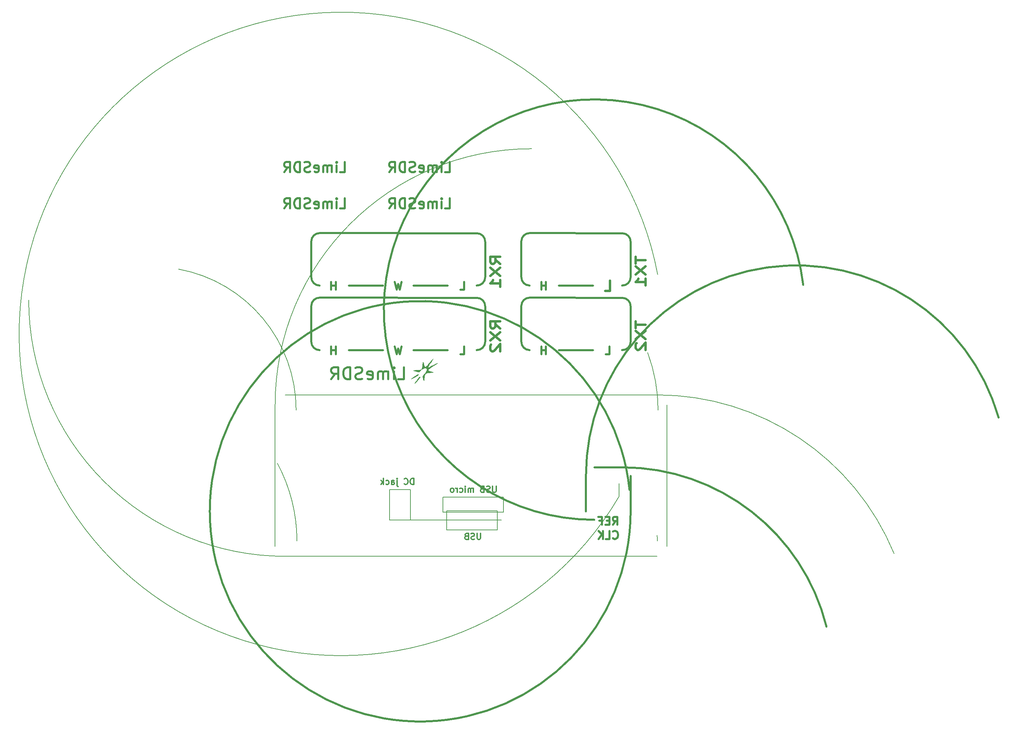
<source format=gbo>
%MOIN*%
%OFA0B0*%
%FSLAX46Y46*%
%IPPOS*%
%LPD*%
%ADD10C,0.0039370078740157488*%
%ADD11C,0.01968503937007874*%
%ADD22C,0.0039370078740157488*%
%ADD23C,0.01968503937007874*%
%ADD34C,0.0039370078740157488*%
%ADD35C,0.005905511811023622*%
%ADD36C,0.011811023622047244*%
%ADD37C,0.01968503937007874*%
%ADD48C,0.0039370078740157488*%
%ADD49C,0.023622047244094488*%
%ADD50C,0.01968503937007874*%
%ADD51C,0.00039370078740157485*%
%ADD62C,0.0039370078740157488*%
%ADD63C,0.01968503937007874*%
%ADD74C,0.0039370078740157488*%
%ADD75C,0.01968503937007874*%
%LPD*%
G04 #@! TF.FileFunction,Legend,Bot*
G04 Gerber Fmt 4.6, Leading zero omitted, Abs format (unit mm)*
G04 Created by KiCad (PCBNEW no-bzr-kicad_new3d-viewer) date 06/27/16 23:34:47*
G01*
G04 APERTURE LIST*
G04 APERTURE END LIST*
D10*
D11*
X0001655595Y0003394450D02*
X0001702464Y0003394450D01*
X0001702464Y0003492875D01*
X0001622786Y0003394450D02*
X0001622786Y0003460067D01*
X0001622786Y0003492875D02*
X0001627473Y0003488188D01*
X0001622786Y0003483501D01*
X0001618099Y0003488188D01*
X0001622786Y0003492875D01*
X0001622786Y0003483501D01*
X0001575917Y0003394450D02*
X0001575917Y0003460067D01*
X0001575917Y0003450693D02*
X0001571229Y0003455380D01*
X0001561856Y0003460067D01*
X0001547796Y0003460067D01*
X0001538422Y0003455380D01*
X0001533735Y0003446006D01*
X0001533735Y0003394450D01*
X0001533735Y0003446006D02*
X0001529048Y0003455380D01*
X0001519674Y0003460067D01*
X0001505613Y0003460067D01*
X0001496240Y0003455380D01*
X0001491553Y0003446006D01*
X0001491553Y0003394450D01*
X0001407187Y0003399137D02*
X0001416562Y0003394450D01*
X0001435310Y0003394450D01*
X0001444684Y0003399137D01*
X0001449370Y0003408511D01*
X0001449370Y0003446006D01*
X0001444684Y0003455380D01*
X0001435310Y0003460067D01*
X0001416562Y0003460067D01*
X0001407187Y0003455380D01*
X0001402501Y0003446006D01*
X0001402501Y0003436632D01*
X0001449370Y0003427258D01*
X0001365006Y0003399137D02*
X0001350945Y0003394450D01*
X0001327511Y0003394450D01*
X0001318137Y0003399137D01*
X0001313450Y0003403824D01*
X0001308763Y0003413198D01*
X0001308763Y0003422572D01*
X0001313450Y0003431944D01*
X0001318137Y0003436632D01*
X0001327511Y0003441319D01*
X0001346257Y0003446006D01*
X0001355632Y0003450693D01*
X0001360319Y0003455380D01*
X0001365006Y0003464753D01*
X0001365006Y0003474128D01*
X0001360319Y0003483501D01*
X0001355632Y0003488188D01*
X0001346257Y0003492875D01*
X0001322824Y0003492875D01*
X0001308763Y0003488188D01*
X0001266581Y0003394450D02*
X0001266581Y0003492875D01*
X0001243146Y0003492875D01*
X0001229085Y0003488188D01*
X0001219712Y0003478814D01*
X0001215025Y0003469441D01*
X0001210338Y0003450693D01*
X0001210338Y0003436632D01*
X0001215025Y0003417885D01*
X0001219712Y0003408511D01*
X0001229085Y0003399137D01*
X0001243146Y0003394450D01*
X0001266581Y0003394450D01*
X0001111913Y0003394450D02*
X0001144721Y0003441319D01*
X0001168156Y0003394450D02*
X0001168156Y0003492875D01*
X0001130660Y0003492875D01*
X0001121286Y0003488188D01*
X0001116600Y0003483501D01*
X0001111913Y0003474128D01*
X0001111913Y0003460067D01*
X0001116600Y0003450693D01*
X0001121286Y0003446006D01*
X0001130660Y0003441319D01*
X0001168156Y0003441319D01*
G04 split*
G04 #@! TF.FileFunction,Legend,Bot*
G04 Gerber Fmt 4.6, Leading zero omitted, Abs format (unit mm)*
G04 Created by KiCad (PCBNEW no-bzr-kicad_new3d-viewer) date 06/27/16 23:34:47*
G01G01*
G04 APERTURE LIST*
G04 APERTURE END LIST*
D22*
D23*
X0001655595Y0003748781D02*
X0001702464Y0003748781D01*
X0001702464Y0003847206D01*
X0001622786Y0003748781D02*
X0001622786Y0003814398D01*
X0001622786Y0003847206D02*
X0001627473Y0003842519D01*
X0001622786Y0003837831D01*
X0001618099Y0003842519D01*
X0001622786Y0003847206D01*
X0001622786Y0003837831D01*
X0001575917Y0003748781D02*
X0001575917Y0003814398D01*
X0001575917Y0003805024D02*
X0001571229Y0003809711D01*
X0001561856Y0003814398D01*
X0001547796Y0003814398D01*
X0001538422Y0003809711D01*
X0001533735Y0003800337D01*
X0001533735Y0003748781D01*
X0001533735Y0003800337D02*
X0001529048Y0003809711D01*
X0001519674Y0003814398D01*
X0001505613Y0003814398D01*
X0001496240Y0003809711D01*
X0001491553Y0003800337D01*
X0001491553Y0003748781D01*
X0001407187Y0003753468D02*
X0001416562Y0003748781D01*
X0001435310Y0003748781D01*
X0001444684Y0003753468D01*
X0001449370Y0003762842D01*
X0001449370Y0003800337D01*
X0001444684Y0003809711D01*
X0001435310Y0003814398D01*
X0001416562Y0003814398D01*
X0001407187Y0003809711D01*
X0001402501Y0003800337D01*
X0001402501Y0003790963D01*
X0001449370Y0003781589D01*
X0001365006Y0003753468D02*
X0001350945Y0003748781D01*
X0001327511Y0003748781D01*
X0001318137Y0003753468D01*
X0001313450Y0003758155D01*
X0001308763Y0003767527D01*
X0001308763Y0003776902D01*
X0001313450Y0003786276D01*
X0001318137Y0003790963D01*
X0001327511Y0003795650D01*
X0001346257Y0003800337D01*
X0001355632Y0003805024D01*
X0001360319Y0003809711D01*
X0001365006Y0003819084D01*
X0001365006Y0003828458D01*
X0001360319Y0003837831D01*
X0001355632Y0003842519D01*
X0001346257Y0003847206D01*
X0001322824Y0003847206D01*
X0001308763Y0003842519D01*
X0001266581Y0003748781D02*
X0001266581Y0003847206D01*
X0001243146Y0003847206D01*
X0001229085Y0003842519D01*
X0001219712Y0003833145D01*
X0001215025Y0003823771D01*
X0001210338Y0003805024D01*
X0001210338Y0003790963D01*
X0001215025Y0003772215D01*
X0001219712Y0003762842D01*
X0001229085Y0003753468D01*
X0001243146Y0003748781D01*
X0001266581Y0003748781D01*
X0001111913Y0003748781D02*
X0001144721Y0003795650D01*
X0001168156Y0003748781D02*
X0001168156Y0003847206D01*
X0001130660Y0003847206D01*
X0001121286Y0003842519D01*
X0001116600Y0003837831D01*
X0001111913Y0003828458D01*
X0001111913Y0003814398D01*
X0001116600Y0003805024D01*
X0001121286Y0003800337D01*
X0001130660Y0003795650D01*
X0001168156Y0003795650D01*
G04 split*
G04 #@! TF.FileFunction,Legend,Bot*
G04 Gerber Fmt 4.6, Leading zero omitted, Abs format (unit mm)*
G04 Created by KiCad (PCBNEW no-bzr-kicad_new3d-viewer) date 06/27/16 23:25:45*
G01G01*
G04 APERTURE LIST*
G04 APERTURE END LIST*
D34*
D35*
X0001319037Y0000652338D02*
X0001319037Y0000353127D01*
X0001114313Y0000652338D02*
X0001319037Y0000652338D01*
X0001114313Y0000353127D02*
X0001114313Y0000652338D01*
X0001319037Y0000353127D02*
X0001114313Y0000353127D01*
X0002165494Y0000431867D02*
X0002165494Y0000258637D01*
X0002224549Y0000431867D02*
X0002165494Y0000431867D01*
X0002224549Y0000577536D02*
X0002224549Y0000431867D01*
X0001633998Y0000577536D02*
X0002224549Y0000577536D01*
X0001633998Y0000431867D02*
X0001633998Y0000577536D01*
X0001673368Y0000431867D02*
X0001633998Y0000431867D01*
X0001673368Y0000258637D02*
X0001673368Y0000431867D01*
X0002165494Y0000258637D02*
X0001673368Y0000258637D01*
X0001319037Y0000353127D02*
X0001633998Y0000353127D01*
D36*
X0002001827Y0000224048D02*
X0002001827Y0000176242D01*
X0001999014Y0000170618D01*
X0001996202Y0000167805D01*
X0001990578Y0000164994D01*
X0001979329Y0000164994D01*
X0001973705Y0000167805D01*
X0001970893Y0000170618D01*
X0001968081Y0000176242D01*
X0001968081Y0000224048D01*
X0001942771Y0000167805D02*
X0001934335Y0000164994D01*
X0001920274Y0000164994D01*
X0001914650Y0000167805D01*
X0001911838Y0000170618D01*
X0001909026Y0000176242D01*
X0001909026Y0000181867D01*
X0001911838Y0000187491D01*
X0001914650Y0000190303D01*
X0001920274Y0000193115D01*
X0001931523Y0000195927D01*
X0001937147Y0000198740D01*
X0001939959Y0000201552D01*
X0001942771Y0000207176D01*
X0001942771Y0000212800D01*
X0001939959Y0000218425D01*
X0001937147Y0000221237D01*
X0001931523Y0000224048D01*
X0001917462Y0000224048D01*
X0001909026Y0000221237D01*
X0001864031Y0000195927D02*
X0001855594Y0000193115D01*
X0001852783Y0000190303D01*
X0001849971Y0000184679D01*
X0001849971Y0000176242D01*
X0001852783Y0000170618D01*
X0001855594Y0000167805D01*
X0001861219Y0000164994D01*
X0001883714Y0000164994D01*
X0001883714Y0000224048D01*
X0001864031Y0000224048D01*
X0001858405Y0000221237D01*
X0001855594Y0000218425D01*
X0001852783Y0000212800D01*
X0001852783Y0000207176D01*
X0001855594Y0000201552D01*
X0001858405Y0000198740D01*
X0001864031Y0000195927D01*
X0001883714Y0000195927D01*
D35*
X0001673368Y0000443678D02*
X0002165494Y0000443678D01*
X0001673368Y0000258637D02*
X0001673368Y0000443678D01*
X0002165494Y0000258637D02*
X0002165494Y0000443678D01*
X0001673368Y0000258637D02*
X0002165494Y0000258637D01*
X0001633998Y0000353127D02*
X0002204864Y0000353127D01*
D36*
X0001350533Y0000700427D02*
X0001350533Y0000759482D01*
X0001336472Y0000759482D01*
X0001328036Y0000756670D01*
X0001322412Y0000751046D01*
X0001319598Y0000745421D01*
X0001316787Y0000734173D01*
X0001316787Y0000725736D01*
X0001319598Y0000714488D01*
X0001322412Y0000708863D01*
X0001328036Y0000703239D01*
X0001336472Y0000700427D01*
X0001350533Y0000700427D01*
X0001257732Y0000706051D02*
X0001260544Y0000703239D01*
X0001268980Y0000700427D01*
X0001274605Y0000700427D01*
X0001283041Y0000703239D01*
X0001288666Y0000708863D01*
X0001291478Y0000714488D01*
X0001294289Y0000725736D01*
X0001294289Y0000734173D01*
X0001291478Y0000745421D01*
X0001288666Y0000751046D01*
X0001283041Y0000756670D01*
X0001274605Y0000759482D01*
X0001268980Y0000759482D01*
X0001260544Y0000756670D01*
X0001257732Y0000753858D01*
X0001187428Y0000739797D02*
X0001187428Y0000689178D01*
X0001190241Y0000683554D01*
X0001195865Y0000680742D01*
X0001198677Y0000680742D01*
X0001187428Y0000759482D02*
X0001190241Y0000756670D01*
X0001187428Y0000753858D01*
X0001184616Y0000756670D01*
X0001187428Y0000759482D01*
X0001187428Y0000753858D01*
X0001133998Y0000700427D02*
X0001133998Y0000731360D01*
X0001136810Y0000736985D01*
X0001142434Y0000739797D01*
X0001153683Y0000739797D01*
X0001159307Y0000736985D01*
X0001133998Y0000703239D02*
X0001139622Y0000700427D01*
X0001153683Y0000700427D01*
X0001159307Y0000703239D01*
X0001162119Y0000708863D01*
X0001162119Y0000714488D01*
X0001159307Y0000720112D01*
X0001153683Y0000722923D01*
X0001139622Y0000722923D01*
X0001133998Y0000725736D01*
X0001080567Y0000703239D02*
X0001086191Y0000700427D01*
X0001097440Y0000700427D01*
X0001103064Y0000703239D01*
X0001105876Y0000706051D01*
X0001108688Y0000711674D01*
X0001108688Y0000728548D01*
X0001105876Y0000734173D01*
X0001103064Y0000736985D01*
X0001097440Y0000739797D01*
X0001086191Y0000739797D01*
X0001080567Y0000736985D01*
X0001055257Y0000700427D02*
X0001055257Y0000759482D01*
X0001049633Y0000722923D02*
X0001032759Y0000700427D01*
X0001032759Y0000739797D02*
X0001055257Y0000717300D01*
D35*
X0001114313Y0000353127D02*
X0001319037Y0000353127D01*
X0001114313Y0000652338D02*
X0001114313Y0000353127D01*
X0001319037Y0000652338D02*
X0001114313Y0000652338D01*
X0001319037Y0000353127D02*
X0001319037Y0000652338D01*
D36*
X0002153964Y0000684679D02*
X0002153964Y0000636872D01*
X0002151152Y0000631248D01*
X0002148340Y0000628436D01*
X0002142715Y0000625624D01*
X0002131467Y0000625624D01*
X0002125842Y0000628436D01*
X0002123030Y0000631248D01*
X0002120218Y0000636872D01*
X0002120218Y0000684679D01*
X0002094909Y0000628436D02*
X0002086472Y0000625624D01*
X0002072412Y0000625624D01*
X0002066787Y0000628436D01*
X0002063975Y0000631248D01*
X0002061163Y0000636872D01*
X0002061163Y0000642497D01*
X0002063975Y0000648121D01*
X0002066787Y0000650933D01*
X0002072412Y0000653745D01*
X0002083660Y0000656557D01*
X0002089284Y0000659370D01*
X0002092096Y0000662182D01*
X0002094909Y0000667806D01*
X0002094909Y0000673430D01*
X0002092096Y0000679055D01*
X0002089284Y0000681867D01*
X0002083660Y0000684679D01*
X0002069599Y0000684679D01*
X0002061163Y0000681867D01*
X0002016169Y0000656557D02*
X0002007731Y0000653745D01*
X0002004919Y0000650933D01*
X0002002108Y0000645308D01*
X0002002108Y0000636872D01*
X0002004919Y0000631248D01*
X0002007731Y0000628436D01*
X0002013356Y0000625624D01*
X0002035854Y0000625624D01*
X0002035854Y0000684679D01*
X0002016169Y0000684679D01*
X0002010544Y0000681867D01*
X0002007731Y0000679055D01*
X0002004919Y0000673430D01*
X0002004919Y0000667806D01*
X0002007731Y0000662182D01*
X0002010544Y0000659370D01*
X0002016169Y0000656557D01*
X0002035854Y0000656557D01*
X0001931804Y0000625624D02*
X0001931804Y0000664994D01*
X0001931804Y0000659370D02*
X0001928992Y0000662182D01*
X0001923368Y0000664994D01*
X0001914931Y0000664994D01*
X0001909307Y0000662182D01*
X0001906495Y0000656557D01*
X0001906495Y0000625624D01*
X0001906495Y0000656557D02*
X0001903683Y0000662182D01*
X0001898058Y0000664994D01*
X0001889622Y0000664994D01*
X0001883998Y0000662182D01*
X0001881185Y0000656557D01*
X0001881185Y0000625624D01*
X0001853064Y0000625624D02*
X0001853064Y0000664994D01*
X0001853064Y0000684679D02*
X0001855876Y0000681867D01*
X0001853064Y0000679055D01*
X0001850252Y0000681867D01*
X0001853064Y0000684679D01*
X0001853064Y0000679055D01*
X0001799633Y0000628436D02*
X0001805257Y0000625624D01*
X0001816506Y0000625624D01*
X0001822129Y0000628436D01*
X0001824942Y0000631248D01*
X0001827755Y0000636872D01*
X0001827755Y0000653745D01*
X0001824942Y0000659370D01*
X0001822129Y0000662182D01*
X0001816506Y0000664994D01*
X0001805257Y0000664994D01*
X0001799633Y0000662182D01*
X0001774324Y0000625624D02*
X0001774324Y0000664994D01*
X0001774324Y0000653745D02*
X0001771511Y0000659370D01*
X0001768699Y0000662182D01*
X0001763075Y0000664994D01*
X0001757451Y0000664994D01*
X0001729329Y0000625624D02*
X0001734954Y0000628436D01*
X0001737766Y0000631248D01*
X0001740578Y0000636872D01*
X0001740578Y0000653745D01*
X0001737766Y0000659370D01*
X0001734954Y0000662182D01*
X0001729329Y0000664994D01*
X0001720893Y0000664994D01*
X0001715269Y0000662182D01*
X0001712457Y0000659370D01*
X0001709644Y0000653745D01*
X0001709644Y0000636872D01*
X0001712457Y0000631248D01*
X0001715269Y0000628436D01*
X0001720893Y0000625624D01*
X0001729329Y0000625624D01*
D35*
X0001633998Y0000431867D02*
X0002224549Y0000431867D01*
X0001633998Y0000577536D02*
X0001633998Y0000431867D01*
X0002224549Y0000577536D02*
X0001633998Y0000577536D01*
X0002224549Y0000431867D02*
X0002224549Y0000577536D01*
D37*
X0003383858Y0000868134D02*
G75*
G02G02X0087999999Y0019950002I0000000000J-0002050609D01X0087999999Y0019950002I0000000000J-0002050609D01*
G01G01*
X0003383858Y0000868110D02*
X0003112204Y0000868110D01*
X0003029503Y0000787401D02*
G75*
G02G02X0079049999Y0022050002I0002050609J0000000000D01X0079049999Y0022050002I0002050609J0000000000D01*
G01G01*
X0003110236Y0000356299D02*
G75*
G02G02X0076949999Y0011150612I0000000000J0002050609D01X0076949999Y0011150612I0000000000J0002050609D01*
G01G01*
X0003029527Y0000438976D02*
X0003029527Y0000787401D01*
X0003464566Y0000440943D02*
X0003464566Y0000785433D01*
X0003464589Y0000439000D02*
G75*
G02G02X0085899998Y0009100612I-0002050609J0000000000D01X0085899998Y0009100612I-0002050609J0000000000D01*
G01G01*
X0003291056Y0000306899D02*
X0003317304Y0000344394D01*
X0003336051Y0000306899D02*
X0003336051Y0000385639D01*
X0003306055Y0000385639D01*
X0003298556Y0000381888D01*
X0003294806Y0000378140D01*
X0003291056Y0000370641D01*
X0003291056Y0000359391D01*
X0003294806Y0000351893D01*
X0003298556Y0000348144D01*
X0003306055Y0000344394D01*
X0003336051Y0000344394D01*
X0003257311Y0000348144D02*
X0003231064Y0000348144D01*
X0003219816Y0000306899D02*
X0003257311Y0000306899D01*
X0003257311Y0000385639D01*
X0003219816Y0000385639D01*
X0003159823Y0000348144D02*
X0003186070Y0000348144D01*
X0003186070Y0000306899D02*
X0003186070Y0000385639D01*
X0003148575Y0000385639D01*
X0003292932Y0000176603D02*
X0003296681Y0000172853D01*
X0003307930Y0000169103D01*
X0003315429Y0000169103D01*
X0003326677Y0000172853D01*
X0003334176Y0000180352D01*
X0003337926Y0000187851D01*
X0003341674Y0000202849D01*
X0003341674Y0000214098D01*
X0003337926Y0000229096D01*
X0003334176Y0000236594D01*
X0003326677Y0000244094D01*
X0003315429Y0000247844D01*
X0003307930Y0000247844D01*
X0003296681Y0000244094D01*
X0003292932Y0000240345D01*
X0003221690Y0000169103D02*
X0003259186Y0000169103D01*
X0003259186Y0000247844D01*
X0003195444Y0000169103D02*
X0003195444Y0000247844D01*
X0003150449Y0000169103D02*
X0003184195Y0000214098D01*
X0003150449Y0000247844D02*
X0003195444Y0000202849D01*
D35*
X0000212598Y0000149606D02*
G75*
G03G03X0005399999Y0003800002I-0001600000J0000000000D01X0005399999Y0003800002I-0001600000J0000000000D01*
G01G01*
X0000098425Y0000000000D02*
G75*
G02G02X0000000000Y0002500002I0000000000J0002500000D01X0000000000Y0002500002I0000000000J0002500000D01*
G01G01*
X0003724409Y0000149606D02*
G75*
G03G03X0094599999Y0003800002I-0001400000J0000000000D01X0094599999Y0003800002I-0001400000J0000000000D01*
G01G01*
X0003818897Y0000098425D02*
G75*
G02G02X0094499999Y0000000002I-0002500000J0000000000D01X0094499999Y0000000002I-0002500000J0000000000D01*
G01G01*
X0003732283Y0001425196D02*
G75*
G03G03X0094799999Y0036200002I-0001600000J0000000000D01X0094799999Y0036200002I-0001600000J0000000000D01*
G01G01*
X0003720472Y0001574803D02*
G75*
G02G02X0096999999Y0037500002I0000000000J-0002500000D01X0096999999Y0037500002I0000000000J-0002500000D01*
G01G01*
X0000000000Y0001476378D02*
G75*
G02G02X0002499999Y0040000002I0002500000J0000000000D01X0002499999Y0040000002I0002500000J0000000000D01*
G01G01*
X0000204724Y0001425196D02*
G75*
G03G03X0005199999Y0036200002I-0001400000J0000000000D01X0005199999Y0036200002I-0001400000J0000000000D01*
G01G01*
X0000000000Y0001476378D02*
X0000000000Y0000098425D01*
X0003818897Y0000098425D02*
X0003818897Y0001476378D01*
X0003720472Y0000000000D02*
X0000098425Y0000000000D01*
X0003720472Y0001574803D02*
X0000098425Y0001574803D01*
X0003352720Y0000585253D02*
G75*
G02G02X0085149999Y0018050002I-0002709089J0001584562D01X0085149999Y0018050002I-0002709089J0001584562D01*
G01G01*
X0003352362Y0000710630D02*
X0003352362Y0000584645D01*
G04 split*
G04 #@! TF.FileFunction,Legend,Bot*
G04 Gerber Fmt 4.6, Leading zero omitted, Abs format (unit mm)*
G04 Created by KiCad (PCBNEW no-bzr-kicad_new3d-viewer) date 06/27/16 23:32:51*
G01G01G01G01*
G04 APERTURE LIST*
G04 APERTURE END LIST*
D48*
D49*
X0003511061Y0002925759D02*
X0003511061Y0002858267D01*
X0003609485Y0002892013D02*
X0003511061Y0002892013D01*
X0003511061Y0002830146D02*
X0003609485Y0002751406D01*
X0003511061Y0002751406D02*
X0003609485Y0002830146D01*
X0003609485Y0002644543D02*
X0003609485Y0002712036D01*
X0003609485Y0002678290D02*
X0003511061Y0002678290D01*
X0003525120Y0002689538D01*
X0003534495Y0002700787D01*
X0003539181Y0002712036D01*
X0002192163Y0002855454D02*
X0002145294Y0002894825D01*
X0002192163Y0002922947D02*
X0002093738Y0002922947D01*
X0002093738Y0002877952D01*
X0002098425Y0002866703D01*
X0002103112Y0002861079D01*
X0002112485Y0002855454D01*
X0002126546Y0002855454D01*
X0002135920Y0002861079D01*
X0002140607Y0002866703D01*
X0002145294Y0002877952D01*
X0002145294Y0002922947D01*
X0002093738Y0002816085D02*
X0002192163Y0002737345D01*
X0002093738Y0002737345D02*
X0002192163Y0002816085D01*
X0002192163Y0002630483D02*
X0002192163Y0002697975D01*
X0002192163Y0002664229D02*
X0002093738Y0002664229D01*
X0002107798Y0002675478D01*
X0002117172Y0002686726D01*
X0002121859Y0002697975D01*
X0003511061Y0002295838D02*
X0003511061Y0002228346D01*
X0003609485Y0002262092D02*
X0003511061Y0002262092D01*
X0003511061Y0002200225D02*
X0003609485Y0002121484D01*
X0003511061Y0002121484D02*
X0003609485Y0002200225D01*
X0003520434Y0002082113D02*
X0003515747Y0002076490D01*
X0003511061Y0002065240D01*
X0003511061Y0002037119D01*
X0003515747Y0002025871D01*
X0003520434Y0002020247D01*
X0003529808Y0002014622D01*
X0003539181Y0002014622D01*
X0003553243Y0002020247D01*
X0003609485Y0002087739D01*
X0003609485Y0002014622D01*
X0002192163Y0002225534D02*
X0002145294Y0002264904D01*
X0002192163Y0002293025D02*
X0002093738Y0002293025D01*
X0002093738Y0002248031D01*
X0002098425Y0002236782D01*
X0002103112Y0002231158D01*
X0002112485Y0002225534D01*
X0002126546Y0002225534D01*
X0002135920Y0002231158D01*
X0002140607Y0002236782D01*
X0002145294Y0002248031D01*
X0002145294Y0002293025D01*
X0002093738Y0002186164D02*
X0002192163Y0002107424D01*
X0002093738Y0002107424D02*
X0002192163Y0002186164D01*
X0002103112Y0002068054D02*
X0002098425Y0002062428D01*
X0002093738Y0002051181D01*
X0002093738Y0002023059D01*
X0002098425Y0002011810D01*
X0002103112Y0002006186D01*
X0002112485Y0002000562D01*
X0002121859Y0002000562D01*
X0002135920Y0002006186D01*
X0002192163Y0002073678D01*
X0002192163Y0002000562D01*
D50*
X0002047244Y0002094488D02*
X0002047244Y0002438976D01*
X0002047244Y0002724409D02*
X0002047244Y0003068897D01*
X0002047267Y0002722465D02*
G75*
G02G02X0001964566Y0002641756I-0000080732J0000000000D01G02G02X0001964566Y0002641756I-0000080732J0000000000D01X0001964566Y0002641756I-0000080732J0000000000D01X0001964566Y0002641756I-0000080732J0000000000D01*
G01G01G01G01*
X0001966535Y0003151598D02*
G75*
G02G02X0002047244Y0003068897I0000000000J-0000080732D01G02G02X0002047244Y0003068897I0000000000J-0000080732D01X0002047244Y0003068897I0000000000J-0000080732D01X0002047244Y0003068897I0000000000J-0000080732D01*
G01G01G01G01*
X0002047267Y0002092543D02*
G75*
G02G02X0001964566Y0002011835I-0000080732J0000000000D01G02G02X0001964566Y0002011835I-0000080732J0000000000D01X0001964566Y0002011835I-0000080732J0000000000D01X0001964566Y0002011835I-0000080732J0000000000D01*
G01G01G01G01*
X0001966535Y0002521677D02*
G75*
G02G02X0002047244Y0002438976I0000000000J-0000080732D01G02G02X0002047244Y0002438976I0000000000J-0000080732D01X0002047244Y0002438976I0000000000J-0000080732D01X0002047244Y0002438976I0000000000J-0000080732D01*
G01G01G01G01*
X0002480314Y0002011810D02*
G75*
G02G02X0002399606Y0002094512I0000000000J0000080732D01G02G02X0002399606Y0002094512I0000000000J0000080732D01X0002399606Y0002094512I0000000000J0000080732D01X0002399606Y0002094512I0000000000J0000080732D01*
G01G01G01G01*
X0002399606Y0002094488D02*
X0002399606Y0002442913D01*
X0002399582Y0002442913D02*
G75*
G02G02X0002482283Y0002523622I0000080732J0000000000D01G02G02X0002482283Y0002523622I0000080732J0000000000D01X0002482283Y0002523622I0000080732J0000000000D01X0002482283Y0002523622I0000080732J0000000000D01*
G01G01G01G01*
X0003383858Y0002521653D02*
X0002482283Y0002523622D01*
X0003383858Y0002521677D02*
G75*
G02G02X0003464566Y0002438976I0000000000J-0000080732D01G02G02X0003464566Y0002438976I0000000000J-0000080732D01X0003464566Y0002438976I0000000000J-0000080732D01X0003464566Y0002438976I0000000000J-0000080732D01*
G01G01G01G01*
X0003464566Y0002094488D02*
X0003464566Y0002438976D01*
X0003464589Y0002092543D02*
G75*
G02G02X0003381888Y0002011835I-0000080732J0000000000D01G02G02X0003381888Y0002011835I-0000080732J0000000000D01X0003381888Y0002011835I-0000080732J0000000000D01X0003381888Y0002011835I-0000080732J0000000000D01*
G01G01G01G01*
X0003098425Y0002011810D02*
X0002765747Y0002011810D01*
X0002399582Y0003072834D02*
G75*
G02G02X0002482283Y0003153542I0000080732J0000000000D01G02G02X0002482283Y0003153542I0000080732J0000000000D01X0002482283Y0003153542I0000080732J0000000000D01X0002482283Y0003153542I0000080732J0000000000D01*
G01G01G01G01*
X0002399606Y0002724409D02*
X0002399606Y0003072834D01*
X0002480314Y0002641731D02*
G75*
G02G02X0002399606Y0002724433I0000000000J0000080732D01G02G02X0002399606Y0002724433I0000000000J0000080732D01X0002399606Y0002724433I0000000000J0000080732D01X0002399606Y0002724433I0000000000J0000080732D01*
G01G01G01G01*
X0003098425Y0002641731D02*
X0002765747Y0002641731D01*
X0003383858Y0003151574D02*
X0002482283Y0003153542D01*
X0003383858Y0003151598D02*
G75*
G02G02X0003464566Y0003068897I0000000000J-0000080732D01G02G02X0003464566Y0003068897I0000000000J-0000080732D01X0003464566Y0003068897I0000000000J-0000080732D01X0003464566Y0003068897I0000000000J-0000080732D01*
G01G01G01G01*
X0003464566Y0002724409D02*
X0003464566Y0003068897D01*
X0003464589Y0002722465D02*
G75*
G02G02X0003381888Y0002641756I-0000080732J0000000000D01G02G02X0003381888Y0002641756I-0000080732J0000000000D01X0003381888Y0002641756I-0000080732J0000000000D01X0003381888Y0002641756I-0000080732J0000000000D01*
G01G01G01G01*
X0001681102Y0002011810D02*
X0001348425Y0002011810D01*
X0001051181Y0002011810D02*
X0000718503Y0002011810D01*
X0000352361Y0002094488D02*
X0000352361Y0002442913D01*
X0000433070Y0002011810D02*
G75*
G02G02X0000352361Y0002094512I0000000000J0000080732D01G02G02X0000352361Y0002094512I0000000000J0000080732D01X0000352361Y0002094512I0000000000J0000080732D01X0000352361Y0002094512I0000000000J0000080732D01*
G01G01G01G01*
X0000352337Y0002442913D02*
G75*
G02G02X0000435039Y0002523622I0000080732J0000000000D01G02G02X0000435039Y0002523622I0000080732J0000000000D01X0000435039Y0002523622I0000080732J0000000000D01X0000435039Y0002523622I0000080732J0000000000D01*
G01G01G01G01*
X0001966535Y0002521653D02*
X0000435039Y0002523622D01*
X0000433070Y0002641731D02*
G75*
G02G02X0000352361Y0002724433I0000000000J0000080732D01G02G02X0000352361Y0002724433I0000000000J0000080732D01X0000352361Y0002724433I0000000000J0000080732D01X0000352361Y0002724433I0000000000J0000080732D01*
G01G01G01G01*
X0000352337Y0003072834D02*
G75*
G02G02X0000435039Y0003153542I0000080732J0000000000D01G02G02X0000435039Y0003153542I0000080732J0000000000D01X0000435039Y0003153542I0000080732J0000000000D01X0000435039Y0003153542I0000080732J0000000000D01*
G01G01G01G01*
X0000352361Y0002724409D02*
X0000352361Y0003072834D01*
X0001051181Y0002641731D02*
X0000718503Y0002641731D01*
X0001681102Y0002641731D02*
X0001348425Y0002641731D01*
X0001966535Y0003151574D02*
X0000435039Y0003153542D01*
X0003221690Y0001970285D02*
X0003259186Y0001970285D01*
X0003259186Y0002049024D01*
X0002638638Y0001970285D02*
X0002638638Y0002049024D01*
X0002638638Y0002011529D02*
X0002593644Y0002011529D01*
X0002593644Y0001970285D02*
X0002593644Y0002049024D01*
D49*
X0003215597Y0002591301D02*
X0003262466Y0002591301D01*
X0003262466Y0002689726D01*
D50*
X0002638638Y0002600206D02*
X0002638638Y0002678945D01*
X0002638638Y0002641451D02*
X0002593644Y0002641451D01*
X0002593644Y0002600206D02*
X0002593644Y0002678945D01*
X0000591394Y0001970285D02*
X0000591394Y0002049024D01*
X0000591394Y0002011529D02*
X0000546400Y0002011529D01*
X0000546400Y0001970285D02*
X0000546400Y0002049024D01*
X0001232564Y0002049024D02*
X0001213816Y0001970285D01*
X0001198818Y0002026527D01*
X0001183820Y0001970285D01*
X0001165073Y0002049024D01*
X0001804368Y0001970285D02*
X0001841863Y0001970285D01*
X0001841863Y0002049024D01*
X0000591394Y0002600206D02*
X0000591394Y0002678945D01*
X0000591394Y0002641451D02*
X0000546400Y0002641451D01*
X0000546400Y0002600206D02*
X0000546400Y0002678945D01*
X0001232564Y0002678945D02*
X0001213816Y0002600206D01*
X0001198818Y0002656449D01*
X0001183820Y0002600206D01*
X0001165073Y0002678945D01*
X0001804368Y0002600206D02*
X0001841863Y0002600206D01*
X0001841863Y0002678945D01*
X0001198818Y0001726096D02*
X0001255061Y0001726096D01*
X0001255061Y0001844207D01*
X0001159448Y0001726096D02*
X0001159448Y0001804836D01*
X0001159448Y0001844207D02*
X0001165073Y0001838582D01*
X0001159448Y0001832958D01*
X0001153824Y0001838582D01*
X0001159448Y0001844207D01*
X0001159448Y0001832958D01*
X0001103205Y0001726096D02*
X0001103205Y0001804836D01*
X0001103205Y0001793588D02*
X0001097581Y0001799212D01*
X0001086332Y0001804836D01*
X0001069459Y0001804836D01*
X0001058211Y0001799212D01*
X0001052587Y0001787964D01*
X0001052587Y0001726096D01*
X0001052587Y0001787964D02*
X0001046962Y0001799212D01*
X0001035714Y0001804836D01*
X0001018841Y0001804836D01*
X0001007592Y0001799212D01*
X0001001968Y0001787964D01*
X0001001968Y0001726096D01*
X0000900731Y0001731721D02*
X0000911979Y0001726096D01*
X0000934476Y0001726096D01*
X0000945725Y0001731721D01*
X0000951349Y0001742969D01*
X0000951349Y0001787964D01*
X0000945725Y0001799212D01*
X0000934476Y0001804836D01*
X0000911979Y0001804836D01*
X0000900731Y0001799212D01*
X0000895106Y0001787964D01*
X0000895106Y0001776715D01*
X0000951349Y0001765466D01*
X0000850112Y0001731721D02*
X0000833239Y0001726096D01*
X0000805118Y0001726096D01*
X0000793869Y0001731721D01*
X0000788245Y0001737345D01*
X0000782620Y0001748592D01*
X0000782620Y0001759842D01*
X0000788245Y0001771091D01*
X0000793869Y0001776715D01*
X0000805118Y0001782339D01*
X0000827615Y0001787964D01*
X0000838863Y0001793588D01*
X0000844488Y0001799212D01*
X0000850112Y0001810461D01*
X0000850112Y0001821709D01*
X0000844488Y0001832958D01*
X0000838863Y0001838582D01*
X0000827615Y0001844207D01*
X0000799493Y0001844207D01*
X0000782620Y0001838582D01*
X0000732002Y0001726096D02*
X0000732002Y0001844207D01*
X0000703880Y0001844207D01*
X0000687007Y0001838582D01*
X0000675759Y0001827334D01*
X0000670134Y0001816085D01*
X0000664510Y0001793588D01*
X0000664510Y0001776715D01*
X0000670134Y0001754218D01*
X0000675759Y0001742969D01*
X0000687007Y0001731721D01*
X0000703880Y0001726096D01*
X0000732002Y0001726096D01*
X0000546400Y0001726096D02*
X0000585770Y0001782339D01*
X0000613891Y0001726096D02*
X0000613891Y0001844207D01*
X0000568897Y0001844207D01*
X0000557648Y0001838582D01*
X0000552024Y0001832958D01*
X0000546400Y0001821709D01*
X0000546400Y0001804836D01*
X0000552024Y0001793588D01*
X0000557648Y0001787964D01*
X0000568897Y0001782339D01*
X0000613891Y0001782339D01*
D51*
G36*
X0001405670Y0001749677D02*
X0001404231Y0001749225D01*
X0001402632Y0001748153D01*
X0001400646Y0001746196D01*
X0001398046Y0001743092D01*
X0001394606Y0001738580D01*
X0001390096Y0001732397D01*
X0001384290Y0001724280D01*
X0001380575Y0001719055D01*
X0001374744Y0001710811D01*
X0001369495Y0001703322D01*
X0001365048Y0001696906D01*
X0001361620Y0001691878D01*
X0001359428Y0001688556D01*
X0001358691Y0001687269D01*
X0001359329Y0001686180D01*
X0001361529Y0001687376D01*
X0001365323Y0001690878D01*
X0001368063Y0001693756D01*
X0001374921Y0001701201D01*
X0001380404Y0001707252D01*
X0001385098Y0001712590D01*
X0001389591Y0001717894D01*
X0001394473Y0001723844D01*
X0001399793Y0001730451D01*
X0001404396Y0001736328D01*
X0001408227Y0001741476D01*
X0001410982Y0001745465D01*
X0001412357Y0001747867D01*
X0001412447Y0001748308D01*
X0001410838Y0001749300D01*
X0001407567Y0001749763D01*
X0001407178Y0001749769D01*
X0001405670Y0001749677D01*
X0001405670Y0001749677D01*
G37*
X0001405670Y0001749677D02*
X0001404231Y0001749225D01*
X0001402632Y0001748153D01*
X0001400646Y0001746196D01*
X0001398046Y0001743092D01*
X0001394606Y0001738580D01*
X0001390096Y0001732397D01*
X0001384290Y0001724280D01*
X0001380575Y0001719055D01*
X0001374744Y0001710811D01*
X0001369495Y0001703322D01*
X0001365048Y0001696906D01*
X0001361620Y0001691878D01*
X0001359428Y0001688556D01*
X0001358691Y0001687269D01*
X0001359329Y0001686180D01*
X0001361529Y0001687376D01*
X0001365323Y0001690878D01*
X0001368063Y0001693756D01*
X0001374921Y0001701201D01*
X0001380404Y0001707252D01*
X0001385098Y0001712590D01*
X0001389591Y0001717894D01*
X0001394473Y0001723844D01*
X0001399793Y0001730451D01*
X0001404396Y0001736328D01*
X0001408227Y0001741476D01*
X0001410982Y0001745465D01*
X0001412357Y0001747867D01*
X0001412447Y0001748308D01*
X0001410838Y0001749300D01*
X0001407567Y0001749763D01*
X0001407178Y0001749769D01*
X0001405670Y0001749677D01*
G36*
X0001537984Y0001928332D02*
X0001535142Y0001925705D01*
X0001530868Y0001920965D01*
X0001528498Y0001918183D01*
X0001524440Y0001913377D01*
X0001520976Y0001909298D01*
X0001518583Y0001906507D01*
X0001517860Y0001905683D01*
X0001516516Y0001904103D01*
X0001513673Y0001900692D01*
X0001509644Y0001895828D01*
X0001504744Y0001889890D01*
X0001499352Y0001883340D01*
X0001493224Y0001875975D01*
X0001486984Y0001868635D01*
X0001481141Y0001861909D01*
X0001476199Y0001856378D01*
X0001473365Y0001853340D01*
X0001469095Y0001848967D01*
X0001466256Y0001846353D01*
X0001464299Y0001845192D01*
X0001462676Y0001845188D01*
X0001460846Y0001846029D01*
X0001460515Y0001846212D01*
X0001456679Y0001849263D01*
X0001453634Y0001853927D01*
X0001451161Y0001860637D01*
X0001449326Y0001868360D01*
X0001447472Y0001877562D01*
X0001446061Y0001884336D01*
X0001444984Y0001889049D01*
X0001444131Y0001892077D01*
X0001443392Y0001893790D01*
X0001442658Y0001894562D01*
X0001441820Y0001894764D01*
X0001441541Y0001894769D01*
X0001440430Y0001894293D01*
X0001439544Y0001892564D01*
X0001438764Y0001889134D01*
X0001437973Y0001883553D01*
X0001437485Y0001879346D01*
X0001436764Y0001872343D01*
X0001436189Y0001865789D01*
X0001435836Y0001860575D01*
X0001435759Y0001858275D01*
X0001435059Y0001852029D01*
X0001433205Y0001844482D01*
X0001430540Y0001836769D01*
X0001427404Y0001830023D01*
X0001427094Y0001829474D01*
X0001425152Y0001825380D01*
X0001424752Y0001822820D01*
X0001425828Y0001822123D01*
X0001428260Y0001823576D01*
X0001429776Y0001824682D01*
X0001432138Y0001826064D01*
X0001435758Y0001827928D01*
X0001441040Y0001830481D01*
X0001448393Y0001833929D01*
X0001451205Y0001835237D01*
X0001454497Y0001836120D01*
X0001459312Y0001836707D01*
X0001462398Y0001836837D01*
X0001467248Y0001836689D01*
X0001470326Y0001835886D01*
X0001472702Y0001834062D01*
X0001473685Y0001832978D01*
X0001476323Y0001828831D01*
X0001477955Y0001824330D01*
X0001477966Y0001824275D01*
X0001477707Y0001818846D01*
X0001475245Y0001811691D01*
X0001470611Y0001802864D01*
X0001463838Y0001792419D01*
X0001454958Y0001780411D01*
X0001444060Y0001766962D01*
X0001439675Y0001761378D01*
X0001437125Y0001757281D01*
X0001436540Y0001754887D01*
X0001436563Y0001754819D01*
X0001437308Y0001752178D01*
X0001438229Y0001747936D01*
X0001438690Y0001745483D01*
X0001439409Y0001741729D01*
X0001440294Y0001737850D01*
X0001441526Y0001733178D01*
X0001443275Y0001727040D01*
X0001445393Y0001719862D01*
X0001447029Y0001716348D01*
X0001448963Y0001715012D01*
X0001450747Y0001716160D01*
X0001450760Y0001716181D01*
X0001451196Y0001718108D01*
X0001451733Y0001722328D01*
X0001452308Y0001728282D01*
X0001452870Y0001735410D01*
X0001453049Y0001738043D01*
X0001454022Y0001749791D01*
X0001455312Y0001759135D01*
X0001457039Y0001766520D01*
X0001459322Y0001772390D01*
X0001462279Y0001777193D01*
X0001464089Y0001779378D01*
X0001467310Y0001782743D01*
X0001470459Y0001785410D01*
X0001473933Y0001787481D01*
X0001478126Y0001789060D01*
X0001483432Y0001790249D01*
X0001490247Y0001791152D01*
X0001498964Y0001791873D01*
X0001509979Y0001792514D01*
X0001515318Y0001792782D01*
X0001522734Y0001793209D01*
X0001529181Y0001793703D01*
X0001534096Y0001794212D01*
X0001536911Y0001794683D01*
X0001537287Y0001794822D01*
X0001538368Y0001796475D01*
X0001537214Y0001798069D01*
X0001534390Y0001798997D01*
X0001533351Y0001799055D01*
X0001528176Y0001799581D01*
X0001521579Y0001800995D01*
X0001514307Y0001803048D01*
X0001507108Y0001805497D01*
X0001500733Y0001808092D01*
X0001495926Y0001810587D01*
X0001493971Y0001812060D01*
X0001491452Y0001814826D01*
X0001490757Y0001816849D01*
X0001491597Y0001819305D01*
X0001491997Y0001820093D01*
X0001495044Y0001824212D01*
X0001500501Y0001829403D01*
X0001508422Y0001835712D01*
X0001518861Y0001843185D01*
X0001521487Y0001844979D01*
X0001528289Y0001849524D01*
X0001536209Y0001854693D01*
X0001544642Y0001860108D01*
X0001552985Y0001865385D01*
X0001560636Y0001870143D01*
X0001566992Y0001874000D01*
X0001570710Y0001876164D01*
X0001576091Y0001879273D01*
X0001579378Y0001881441D01*
X0001581023Y0001883012D01*
X0001581484Y0001884334D01*
X0001581484Y0001884370D01*
X0001580325Y0001884307D01*
X0001576831Y0001882959D01*
X0001570978Y0001880314D01*
X0001562740Y0001876358D01*
X0001552092Y0001871081D01*
X0001539011Y0001864467D01*
X0001523470Y0001856511D01*
X0001506743Y0001847869D01*
X0001500461Y0001844747D01*
X0001496158Y0001842979D01*
X0001493386Y0001842409D01*
X0001491828Y0001842797D01*
X0001489638Y0001844700D01*
X0001489049Y0001845646D01*
X0001489232Y0001846616D01*
X0001490175Y0001848643D01*
X0001491972Y0001851877D01*
X0001494718Y0001856469D01*
X0001498509Y0001862577D01*
X0001503438Y0001870346D01*
X0001509602Y0001879930D01*
X0001517096Y0001891481D01*
X0001526014Y0001905151D01*
X0001533140Y0001916036D01*
X0001536237Y0001920896D01*
X0001538617Y0001924880D01*
X0001539918Y0001927370D01*
X0001540056Y0001927823D01*
X0001539566Y0001928993D01*
X0001537984Y0001928332D01*
X0001537984Y0001928332D01*
G37*
X0001537984Y0001928332D02*
X0001535142Y0001925705D01*
X0001530868Y0001920965D01*
X0001528498Y0001918183D01*
X0001524440Y0001913377D01*
X0001520976Y0001909298D01*
X0001518583Y0001906507D01*
X0001517860Y0001905683D01*
X0001516516Y0001904103D01*
X0001513673Y0001900692D01*
X0001509644Y0001895828D01*
X0001504744Y0001889890D01*
X0001499352Y0001883340D01*
X0001493224Y0001875975D01*
X0001486984Y0001868635D01*
X0001481141Y0001861909D01*
X0001476199Y0001856378D01*
X0001473365Y0001853340D01*
X0001469095Y0001848967D01*
X0001466256Y0001846353D01*
X0001464299Y0001845192D01*
X0001462676Y0001845188D01*
X0001460846Y0001846029D01*
X0001460515Y0001846212D01*
X0001456679Y0001849263D01*
X0001453634Y0001853927D01*
X0001451161Y0001860637D01*
X0001449326Y0001868360D01*
X0001447472Y0001877562D01*
X0001446061Y0001884336D01*
X0001444984Y0001889049D01*
X0001444131Y0001892077D01*
X0001443392Y0001893790D01*
X0001442658Y0001894562D01*
X0001441820Y0001894764D01*
X0001441541Y0001894769D01*
X0001440430Y0001894293D01*
X0001439544Y0001892564D01*
X0001438764Y0001889134D01*
X0001437973Y0001883553D01*
X0001437485Y0001879346D01*
X0001436764Y0001872343D01*
X0001436189Y0001865789D01*
X0001435836Y0001860575D01*
X0001435759Y0001858275D01*
X0001435059Y0001852029D01*
X0001433205Y0001844482D01*
X0001430540Y0001836769D01*
X0001427404Y0001830023D01*
X0001427094Y0001829474D01*
X0001425152Y0001825380D01*
X0001424752Y0001822820D01*
X0001425828Y0001822123D01*
X0001428260Y0001823576D01*
X0001429776Y0001824682D01*
X0001432138Y0001826064D01*
X0001435758Y0001827928D01*
X0001441040Y0001830481D01*
X0001448393Y0001833929D01*
X0001451205Y0001835237D01*
X0001454497Y0001836120D01*
X0001459312Y0001836707D01*
X0001462398Y0001836837D01*
X0001467248Y0001836689D01*
X0001470326Y0001835886D01*
X0001472702Y0001834062D01*
X0001473685Y0001832978D01*
X0001476323Y0001828831D01*
X0001477955Y0001824330D01*
X0001477966Y0001824275D01*
X0001477707Y0001818846D01*
X0001475245Y0001811691D01*
X0001470611Y0001802864D01*
X0001463838Y0001792419D01*
X0001454958Y0001780411D01*
X0001444060Y0001766962D01*
X0001439675Y0001761378D01*
X0001437125Y0001757281D01*
X0001436540Y0001754887D01*
X0001436563Y0001754819D01*
X0001437308Y0001752178D01*
X0001438229Y0001747936D01*
X0001438690Y0001745483D01*
X0001439409Y0001741729D01*
X0001440294Y0001737850D01*
X0001441526Y0001733178D01*
X0001443275Y0001727040D01*
X0001445393Y0001719862D01*
X0001447029Y0001716348D01*
X0001448963Y0001715012D01*
X0001450747Y0001716160D01*
X0001450760Y0001716181D01*
X0001451196Y0001718108D01*
X0001451733Y0001722328D01*
X0001452308Y0001728282D01*
X0001452870Y0001735410D01*
X0001453049Y0001738043D01*
X0001454022Y0001749791D01*
X0001455312Y0001759135D01*
X0001457039Y0001766520D01*
X0001459322Y0001772390D01*
X0001462279Y0001777193D01*
X0001464089Y0001779378D01*
X0001467310Y0001782743D01*
X0001470459Y0001785410D01*
X0001473933Y0001787481D01*
X0001478126Y0001789060D01*
X0001483432Y0001790249D01*
X0001490247Y0001791152D01*
X0001498964Y0001791873D01*
X0001509979Y0001792514D01*
X0001515318Y0001792782D01*
X0001522734Y0001793209D01*
X0001529181Y0001793703D01*
X0001534096Y0001794212D01*
X0001536911Y0001794683D01*
X0001537287Y0001794822D01*
X0001538368Y0001796475D01*
X0001537214Y0001798069D01*
X0001534390Y0001798997D01*
X0001533351Y0001799055D01*
X0001528176Y0001799581D01*
X0001521579Y0001800995D01*
X0001514307Y0001803048D01*
X0001507108Y0001805497D01*
X0001500733Y0001808092D01*
X0001495926Y0001810587D01*
X0001493971Y0001812060D01*
X0001491452Y0001814826D01*
X0001490757Y0001816849D01*
X0001491597Y0001819305D01*
X0001491997Y0001820093D01*
X0001495044Y0001824212D01*
X0001500501Y0001829403D01*
X0001508422Y0001835712D01*
X0001518861Y0001843185D01*
X0001521487Y0001844979D01*
X0001528289Y0001849524D01*
X0001536209Y0001854693D01*
X0001544642Y0001860108D01*
X0001552985Y0001865385D01*
X0001560636Y0001870143D01*
X0001566992Y0001874000D01*
X0001570710Y0001876164D01*
X0001576091Y0001879273D01*
X0001579378Y0001881441D01*
X0001581023Y0001883012D01*
X0001581484Y0001884334D01*
X0001581484Y0001884370D01*
X0001580325Y0001884307D01*
X0001576831Y0001882959D01*
X0001570978Y0001880314D01*
X0001562740Y0001876358D01*
X0001552092Y0001871081D01*
X0001539011Y0001864467D01*
X0001523470Y0001856511D01*
X0001506743Y0001847869D01*
X0001500461Y0001844747D01*
X0001496158Y0001842979D01*
X0001493386Y0001842409D01*
X0001491828Y0001842797D01*
X0001489638Y0001844700D01*
X0001489049Y0001845646D01*
X0001489232Y0001846616D01*
X0001490175Y0001848643D01*
X0001491972Y0001851877D01*
X0001494718Y0001856469D01*
X0001498509Y0001862577D01*
X0001503438Y0001870346D01*
X0001509602Y0001879930D01*
X0001517096Y0001891481D01*
X0001526014Y0001905151D01*
X0001533140Y0001916036D01*
X0001536237Y0001920896D01*
X0001538617Y0001924880D01*
X0001539918Y0001927370D01*
X0001540056Y0001927823D01*
X0001539566Y0001928993D01*
X0001537984Y0001928332D01*
G36*
X0001393669Y0001775848D02*
X0001389420Y0001774110D01*
X0001382937Y0001770811D01*
X0001381836Y0001770219D01*
X0001375200Y0001766482D01*
X0001367761Y0001762044D01*
X0001359895Y0001757155D01*
X0001351980Y0001752067D01*
X0001344390Y0001747034D01*
X0001337504Y0001742306D01*
X0001331696Y0001738137D01*
X0001327342Y0001734778D01*
X0001324821Y0001732482D01*
X0001324341Y0001731689D01*
X0001324735Y0001730840D01*
X0001326129Y0001730801D01*
X0001328843Y0001731695D01*
X0001333202Y0001733647D01*
X0001339520Y0001736778D01*
X0001345056Y0001739618D01*
X0001357717Y0001746271D01*
X0001368045Y0001751950D01*
X0001376322Y0001756838D01*
X0001382826Y0001761118D01*
X0001387838Y0001764974D01*
X0001391638Y0001768589D01*
X0001394300Y0001771853D01*
X0001395980Y0001774702D01*
X0001395814Y0001776039D01*
X0001393669Y0001775848D01*
X0001393669Y0001775848D01*
G37*
X0001393669Y0001775848D02*
X0001389420Y0001774110D01*
X0001382937Y0001770811D01*
X0001381836Y0001770219D01*
X0001375200Y0001766482D01*
X0001367761Y0001762044D01*
X0001359895Y0001757155D01*
X0001351980Y0001752067D01*
X0001344390Y0001747034D01*
X0001337504Y0001742306D01*
X0001331696Y0001738137D01*
X0001327342Y0001734778D01*
X0001324821Y0001732482D01*
X0001324341Y0001731689D01*
X0001324735Y0001730840D01*
X0001326129Y0001730801D01*
X0001328843Y0001731695D01*
X0001333202Y0001733647D01*
X0001339520Y0001736778D01*
X0001345056Y0001739618D01*
X0001357717Y0001746271D01*
X0001368045Y0001751950D01*
X0001376322Y0001756838D01*
X0001382826Y0001761118D01*
X0001387838Y0001764974D01*
X0001391638Y0001768589D01*
X0001394300Y0001771853D01*
X0001395980Y0001774702D01*
X0001395814Y0001776039D01*
X0001393669Y0001775848D01*
G36*
X0001417711Y0001819936D02*
X0001414860Y0001819515D01*
X0001409782Y0001818995D01*
X0001403103Y0001818430D01*
X0001395449Y0001817876D01*
X0001392198Y0001817666D01*
X0001379202Y0001816825D01*
X0001368848Y0001816073D01*
X0001360923Y0001815386D01*
X0001355215Y0001814743D01*
X0001351511Y0001814122D01*
X0001349597Y0001813500D01*
X0001349260Y0001813212D01*
X0001349908Y0001812085D01*
X0001352497Y0001811102D01*
X0001356823Y0001810018D01*
X0001362448Y0001808454D01*
X0001368613Y0001806641D01*
X0001374555Y0001804810D01*
X0001379516Y0001803190D01*
X0001382735Y0001802015D01*
X0001383289Y0001801759D01*
X0001386032Y0001800898D01*
X0001390517Y0001800045D01*
X0001394432Y0001799534D01*
X0001403057Y0001798633D01*
X0001410693Y0001806517D01*
X0001414648Y0001810786D01*
X0001417954Y0001814691D01*
X0001419956Y0001817449D01*
X0001420062Y0001817637D01*
X0001421059Y0001819863D01*
X0001420251Y0001820417D01*
X0001417711Y0001819936D01*
X0001417711Y0001819936D01*
G37*
X0001417711Y0001819936D02*
X0001414860Y0001819515D01*
X0001409782Y0001818995D01*
X0001403103Y0001818430D01*
X0001395449Y0001817876D01*
X0001392198Y0001817666D01*
X0001379202Y0001816825D01*
X0001368848Y0001816073D01*
X0001360923Y0001815386D01*
X0001355215Y0001814743D01*
X0001351511Y0001814122D01*
X0001349597Y0001813500D01*
X0001349260Y0001813212D01*
X0001349908Y0001812085D01*
X0001352497Y0001811102D01*
X0001356823Y0001810018D01*
X0001362448Y0001808454D01*
X0001368613Y0001806641D01*
X0001374555Y0001804810D01*
X0001379516Y0001803190D01*
X0001382735Y0001802015D01*
X0001383289Y0001801759D01*
X0001386032Y0001800898D01*
X0001390517Y0001800045D01*
X0001394432Y0001799534D01*
X0001403057Y0001798633D01*
X0001410693Y0001806517D01*
X0001414648Y0001810786D01*
X0001417954Y0001814691D01*
X0001419956Y0001817449D01*
X0001420062Y0001817637D01*
X0001421059Y0001819863D01*
X0001420251Y0001820417D01*
X0001417711Y0001819936D01*
G04 split*
G04 #@! TF.FileFunction,Legend,Bot*
G04 Gerber Fmt 4.6, Leading zero omitted, Abs format (unit mm)*
G04 Created by KiCad (PCBNEW no-bzr-kicad_new3d-viewer) date 06/27/16 23:34:47*
G01G01G01G01*
G04 APERTURE LIST*
G04 APERTURE END LIST*
D62*
D63*
X0000631973Y0003394450D02*
X0000678842Y0003394450D01*
X0000678842Y0003492875D01*
X0000599164Y0003394450D02*
X0000599164Y0003460067D01*
X0000599164Y0003492875D02*
X0000603851Y0003488188D01*
X0000599164Y0003483501D01*
X0000594477Y0003488188D01*
X0000599164Y0003492875D01*
X0000599164Y0003483501D01*
X0000552295Y0003394450D02*
X0000552295Y0003460067D01*
X0000552295Y0003450693D02*
X0000547608Y0003455380D01*
X0000538234Y0003460067D01*
X0000524174Y0003460067D01*
X0000514800Y0003455380D01*
X0000510113Y0003446006D01*
X0000510113Y0003394450D01*
X0000510113Y0003446006D02*
X0000505426Y0003455380D01*
X0000496051Y0003460067D01*
X0000481991Y0003460067D01*
X0000472617Y0003455380D01*
X0000467931Y0003446006D01*
X0000467931Y0003394450D01*
X0000383565Y0003399137D02*
X0000392939Y0003394450D01*
X0000411688Y0003394450D01*
X0000421061Y0003399137D01*
X0000425748Y0003408511D01*
X0000425748Y0003446006D01*
X0000421061Y0003455380D01*
X0000411688Y0003460067D01*
X0000392939Y0003460067D01*
X0000383565Y0003455380D01*
X0000378879Y0003446006D01*
X0000378879Y0003436632D01*
X0000425748Y0003427258D01*
X0000341384Y0003399137D02*
X0000327323Y0003394450D01*
X0000303889Y0003394450D01*
X0000294515Y0003399137D01*
X0000289828Y0003403824D01*
X0000285141Y0003413198D01*
X0000285141Y0003422572D01*
X0000289828Y0003431944D01*
X0000294515Y0003436632D01*
X0000303889Y0003441319D01*
X0000322636Y0003446006D01*
X0000332010Y0003450693D01*
X0000336696Y0003455380D01*
X0000341384Y0003464753D01*
X0000341384Y0003474128D01*
X0000336696Y0003483501D01*
X0000332010Y0003488188D01*
X0000322636Y0003492875D01*
X0000299202Y0003492875D01*
X0000285141Y0003488188D01*
X0000242959Y0003394450D02*
X0000242959Y0003492875D01*
X0000219523Y0003492875D01*
X0000205463Y0003488188D01*
X0000196090Y0003478814D01*
X0000191403Y0003469441D01*
X0000186716Y0003450693D01*
X0000186716Y0003436632D01*
X0000191403Y0003417885D01*
X0000196090Y0003408511D01*
X0000205463Y0003399137D01*
X0000219523Y0003394450D01*
X0000242959Y0003394450D01*
X0000088291Y0003394450D02*
X0000121099Y0003441319D01*
X0000144534Y0003394450D02*
X0000144534Y0003492875D01*
X0000107038Y0003492875D01*
X0000097664Y0003488188D01*
X0000092977Y0003483501D01*
X0000088291Y0003474128D01*
X0000088291Y0003460067D01*
X0000092977Y0003450693D01*
X0000097664Y0003446006D01*
X0000107038Y0003441319D01*
X0000144534Y0003441319D01*
G04 split*
G04 #@! TF.FileFunction,Legend,Bot*
G04 Gerber Fmt 4.6, Leading zero omitted, Abs format (unit mm)*
G04 Created by KiCad (PCBNEW no-bzr-kicad_new3d-viewer) date 06/27/16 23:34:47*
G01G01G01G01G01G01G01G01*
G04 APERTURE LIST*
G04 APERTURE END LIST*
D74*
D75*
X0000631973Y0003748781D02*
X0000678842Y0003748781D01*
X0000678842Y0003847206D01*
X0000599164Y0003748781D02*
X0000599164Y0003814398D01*
X0000599164Y0003847206D02*
X0000603851Y0003842519D01*
X0000599164Y0003837831D01*
X0000594477Y0003842519D01*
X0000599164Y0003847206D01*
X0000599164Y0003837831D01*
X0000552295Y0003748781D02*
X0000552295Y0003814398D01*
X0000552295Y0003805024D02*
X0000547608Y0003809711D01*
X0000538234Y0003814398D01*
X0000524174Y0003814398D01*
X0000514800Y0003809711D01*
X0000510113Y0003800337D01*
X0000510113Y0003748781D01*
X0000510113Y0003800337D02*
X0000505426Y0003809711D01*
X0000496051Y0003814398D01*
X0000481991Y0003814398D01*
X0000472617Y0003809711D01*
X0000467931Y0003800337D01*
X0000467931Y0003748781D01*
X0000383565Y0003753468D02*
X0000392939Y0003748781D01*
X0000411688Y0003748781D01*
X0000421061Y0003753468D01*
X0000425748Y0003762842D01*
X0000425748Y0003800337D01*
X0000421061Y0003809711D01*
X0000411688Y0003814398D01*
X0000392939Y0003814398D01*
X0000383565Y0003809711D01*
X0000378879Y0003800337D01*
X0000378879Y0003790963D01*
X0000425748Y0003781589D01*
X0000341384Y0003753468D02*
X0000327323Y0003748781D01*
X0000303889Y0003748781D01*
X0000294515Y0003753468D01*
X0000289828Y0003758155D01*
X0000285141Y0003767527D01*
X0000285141Y0003776902D01*
X0000289828Y0003786276D01*
X0000294515Y0003790963D01*
X0000303889Y0003795650D01*
X0000322636Y0003800337D01*
X0000332010Y0003805024D01*
X0000336696Y0003809711D01*
X0000341384Y0003819084D01*
X0000341384Y0003828458D01*
X0000336696Y0003837831D01*
X0000332010Y0003842519D01*
X0000322636Y0003847206D01*
X0000299202Y0003847206D01*
X0000285141Y0003842519D01*
X0000242959Y0003748781D02*
X0000242959Y0003847206D01*
X0000219523Y0003847206D01*
X0000205463Y0003842519D01*
X0000196090Y0003833145D01*
X0000191403Y0003823771D01*
X0000186716Y0003805024D01*
X0000186716Y0003790963D01*
X0000191403Y0003772215D01*
X0000196090Y0003762842D01*
X0000205463Y0003753468D01*
X0000219523Y0003748781D01*
X0000242959Y0003748781D01*
X0000088291Y0003748781D02*
X0000121099Y0003795650D01*
X0000144534Y0003748781D02*
X0000144534Y0003847206D01*
X0000107038Y0003847206D01*
X0000097664Y0003842519D01*
X0000092977Y0003837831D01*
X0000088291Y0003828458D01*
X0000088291Y0003814398D01*
X0000092977Y0003805024D01*
X0000097664Y0003800337D01*
X0000107038Y0003795650D01*
X0000144534Y0003795650D01*
M02*

</source>
